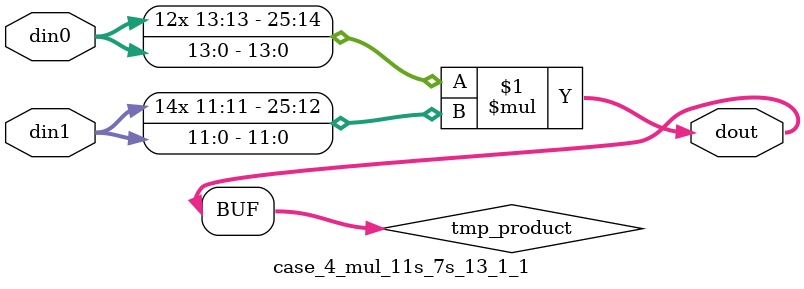
<source format=v>

`timescale 1 ns / 1 ps

 module case_4_mul_11s_7s_13_1_1(din0, din1, dout);
parameter ID = 1;
parameter NUM_STAGE = 0;
parameter din0_WIDTH = 14;
parameter din1_WIDTH = 12;
parameter dout_WIDTH = 26;

input [din0_WIDTH - 1 : 0] din0; 
input [din1_WIDTH - 1 : 0] din1; 
output [dout_WIDTH - 1 : 0] dout;

wire signed [dout_WIDTH - 1 : 0] tmp_product;



























assign tmp_product = $signed(din0) * $signed(din1);








assign dout = tmp_product;





















endmodule

</source>
